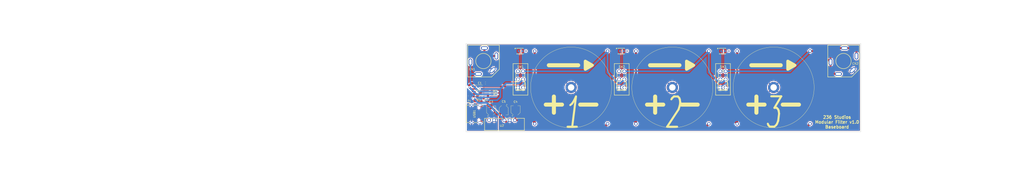
<source format=kicad_pcb>
(kicad_pcb (version 20211014) (generator pcbnew)
  (layers (0 "F.Cu" signal) (31 "B.Cu" signal) (34 "B.Paste" user) (35 "F.Paste" user) (36 "B.SilkS" user "B.Silkscreen") (37 "F.SilkS" user "F.Silkscreen") (38 "B.Mask" user) (39 "F.Mask" user) (44 "Edge.Cuts" user))
  (net 0 "")
  (net 1 "+5V")
  (net 2 "GND")
  (net 3 "-5V")
  (net 4 "5V_IN")
  (net 5 "5V_GND")
  (net 6 "Net-(F1-Pad1)")
  (net 7 "/1->2")
  (net 8 "Net-(F2-Pad1)")
  (net 9 "/2->3")
  (net 10 "Net-(F3-Pad1)")
  (net 11 "TS_OUT")
  (net 12 "Net-(LED1-Pad1)")
  (net 13 "Net-(LED2-Pad1)")
  (net 14 "Net-(LED3-Pad1)")
  (net 15 "Net-(R1-Pad2)")
  (net 16 "Net-(R2-Pad2)")
  (net 17 "IN")
  (net 18 "Net-(R5-Pad1)")
  (net 19 "Net-(R6-Pad1)")
  (net 20 "Net-(R7-Pad1)")
  (net 24 "/IN_T")
  (net 25 "/IN_R")
  (footprint "Package_SO:SOIC-8_3.9x4.9mm_P1.27mm" (layer "F.Cu") (at 36.322 103.124)
    (fp_text reference "U1" (at -0.127 0) (layer "F.SilkS"))
    (fp_text value "TL062")
    (fp_line (start 0 2.56) (end -1.95 2.56) (layer "F.SilkS") (width 0.12))
    (fp_line (start 0 -2.56) (end -3.45 -2.56) (layer "F.SilkS") (width 0.12))
    (fp_line (start 0 2.56) (end 1.95 2.56) (layer "F.SilkS") (width 0.12))
    (fp_line (start 0 -2.56) (end 1.95 -2.56) (layer "F.SilkS") (width 0.12))
    (pad "1" smd roundrect locked (at -2.475 -1.905) (size 1.95 0.6) (layers "F.Cu" "F.Paste" "F.Mask"))
    (pad "2" smd roundrect locked (at -2.475 -0.635) (size 1.95 0.6) (layers "F.Cu" "F.Paste" "F.Mask"))
    (pad "3" smd roundrect locked (at -2.475 0.635) (size 1.95 0.6) (layers "F.Cu" "F.Paste" "F.Mask"))
    (pad "4" smd roundrect locked (at -2.475 1.905) (size 1.95 0.6) (layers "F.Cu" "F.Paste" "F.Mask") (net 3 "-5V"))
    (pad "5" smd roundrect locked (at 2.475 1.905) (size 1.95 0.6) (layers "F.Cu" "F.Paste" "F.Mask") (net 15 "Net-(R1-Pad2)"))
    (pad "6" smd roundrect locked (at 2.475 0.635) (size 1.95 0.6) (layers "F.Cu" "F.Paste" "F.Mask") (net 16 "Net-(R2-Pad2)"))
    (pad "7" smd roundrect locked (at 2.475 -0.635) (size 1.95 0.6) (layers "F.Cu" "F.Paste" "F.Mask") (net 17 "IN"))
    (pad "8" smd roundrect locked (at 2.475 -1.905) (size 1.95 0.6) (layers "F.Cu" "F.Paste" "F.Mask") (net 1 "+5V"))
  )
  (footprint "Resistor_SMD:R_0603_1608Metric_Pad0.98x0.95mm_HandSolder" (layer "F.Cu") (at 41.783 103.632 180)
    (fp_text reference "R2" (at -2.54 0) (layer "F.SilkS"))
    (fp_text value "1K")
    (fp_line (start -0.254724 0.5225) (end 0.254724 0.5225) (layer "F.SilkS") (width 0.12))
    (fp_line (start -0.254724 -0.5225) (end 0.254724 -0.5225) (layer "F.SilkS") (width 0.12))
    (pad "1" smd roundrect locked (at -0.9125 0 180) (size 0.975 0.95) (layers "F.Cu" "F.Paste" "F.Mask") (net 25 "/IN_R"))
    (pad "2" smd roundrect locked (at 0.9125 0 180) (size 0.975 0.95) (layers "F.Cu" "F.Paste" "F.Mask") (net 16 "Net-(R2-Pad2)"))
  )
  (footprint "Resistor_SMD:R_0603_1608Metric_Pad0.98x0.95mm_HandSolder" (layer "F.Cu") (at 36.322 106.68 180)
    (fp_text reference "R3" (at 0 -1.43) (layer "F.SilkS"))
    (fp_text value "1K")
    (fp_line (start -0.254724 0.5225) (end 0.254724 0.5225) (layer "F.SilkS") (width 0.12))
    (fp_line (start -0.254724 -0.5225) (end 0.254724 -0.5225) (layer "F.SilkS") (width 0.12))
    (pad "1" smd roundrect locked (at -0.9125 0 180) (size 0.975 0.95) (layers "F.Cu" "F.Paste" "F.Mask") (net 2 "GND"))
    (pad "2" smd roundrect locked (at 0.9125 0 180) (size 0.975 0.95) (layers "F.Cu" "F.Paste" "F.Mask") (net 16 "Net-(R2-Pad2)"))
  )
  (footprint "Molteno_Filter:Molteno_Filter" (layer "F.Cu") (at 81.915 101.727)
    (fp_text reference "F1" hide)
    (fp_text value "Molteno_Filter")
    (fp_line (start -4.5 8.5) (end -12.5 8.5) (layer "F.SilkS") (width 2))
    (fp_line (start -11 -11) (end 3.5 -11) (layer "F.SilkS") (width 2))
    (fp_line (start 12.5 8.5) (end 4.5 8.5) (layer "F.SilkS") (width 2))
    (fp_line (start -8.5 12.5) (end -8.5 4.5) (layer "F.SilkS") (width 2))
    (fp_circle (center 0 0) (end 20 0) (layer "F.SilkS") (width 0.12) (fill none))
    (fp_poly (pts (xy 10.5 -11) (xy 7 -9) (xy 7 -13)) (layer "F.SilkS") (width 1.5) (fill solid))
    (pad "1" thru_hole circle locked (at -18 -18) (size 1.7 1.7) (drill 1) (layers *.Cu *.Mask) (net 6 "Net-(F1-Pad1)"))
    (pad "2" thru_hole circle locked (at 18 -18) (size 1.7 1.7) (drill 1) (layers *.Cu *.Mask) (net 7 "/1->2"))
    (pad "3" thru_hole circle locked (at -18 18) (size 1.7 1.7) (drill 1) (layers *.Cu *.Mask) (net 1 "+5V"))
    (pad "4" thru_hole circle locked (at 18 18) (size 1.7 1.7) (drill 1) (layers *.Cu *.Mask) (net 3 "-5V"))
    (pad "5" thru_hole circle locked (at 0 0) (size 5.6 5.6) (drill 3.2) (layers *.Cu *.Mask) (net 2 "GND"))
  )
  (footprint "Molteno_Filter:Molteno_Filter" (layer "F.Cu") (at 131.915 101.727)
    (fp_text reference "F2" hide)
    (fp_text value "Molteno_Filter")
    (fp_line (start -4.5 8.5) (end -12.5 8.5) (layer "F.SilkS") (width 2))
    (fp_line (start -8.5 12.5) (end -8.5 4.5) (layer "F.SilkS") (width 2))
    (fp_line (start -11 -11) (end 3.5 -11) (layer "F.SilkS") (width 2))
    (fp_line (start 12.5 8.5) (end 4.5 8.5) (layer "F.SilkS") (width 2))
    (fp_circle (center 0 0) (end 20 0) (layer "F.SilkS") (width 0.12) (fill none))
    (fp_poly (pts (xy 10.5 -11) (xy 7 -9) (xy 7 -13)) (layer "F.SilkS") (width 1.5) (fill solid))
    (pad "1" thru_hole circle (at -18 -18) (size 1.7 1.7) (drill 1) (layers *.Cu *.Mask) (net 8 "Net-(F2-Pad1)"))
    (pad "2" thru_hole circle (at 18 -18) (size 1.7 1.7) (drill 1) (layers *.Cu *.Mask) (net 9 "/2->3"))
    (pad "3" thru_hole circle (at -18 18) (size 1.7 1.7) (drill 1) (layers *.Cu *.Mask) (net 1 "+5V"))
    (pad "4" thru_hole circle (at 18 18) (size 1.7 1.7) (drill 1) (layers *.Cu *.Mask) (net 3 "-5V"))
    (pad "5" thru_hole circle (at 0 0) (size 5.6 5.6) (drill 3.2) (layers *.Cu *.Mask) (net 2 "GND"))
  )
  (footprint "Capacitor_SMD:C_0603_1608Metric_Pad1.08x0.95mm_HandSolder" (layer "F.Cu") (at 31.623 105.918 -90)
    (fp_text reference "C2" (at 2.794 0 90) (layer "F.SilkS"))
    (fp_text value "0.1u")
    (fp_line (start -0.146267 -0.51) (end 0.146267 -0.51) (layer "F.SilkS") (width 0.12))
    (fp_line (start -0.146267 0.51) (end 0.146267 0.51) (layer "F.SilkS") (width 0.12))
    (pad "1" smd roundrect locked (at -0.8625 0 270) (size 1.075 0.95) (layers "F.Cu" "F.Paste" "F.Mask") (net 3 "-5V"))
    (pad "2" smd roundrect locked (at 0.8625 0 270) (size 1.075 0.95) (layers "F.Cu" "F.Paste" "F.Mask") (net 2 "GND"))
  )
  (footprint "LCSC:AUDIO-TH_CK6.35-3-14-18LF" (layer "F.Cu") (at 216.408 88.646)
    (fp_text reference "CN2" (at 5.842 1.27) (layer "F.SilkS"))
    (fp_text value "OUTPUT")
    (fp_line (start 3.683 7.874) (end 4.064 7.874) (layer "F.SilkS") (width 0.254))
    (fp_line (start -7.747 7.874) (end 3.683 7.874) (layer "F.SilkS") (width 0.254))
    (fp_line (start 4.064 7.874) (end 7.874 4.064) (layer "F.SilkS") (width 0.254))
    (fp_line (start -7.747 -7.874) (end -7.747 7.874) (layer "F.SilkS") (width 0.254))
    (fp_line (start 7.874 -7.874) (end -7.747 -7.874) (layer "F.SilkS") (width 0.254))
    (fp_line (start 7.874 4.064) (end 7.874 -7.874) (layer "F.SilkS") (width 0.254))
    (fp_circle (center 0 0) (end 0 3.775964) (layer "F.SilkS") (width 0.254) (fill none))
    (pad "1" thru_hole oval (at 4.52501 4.52501 315) (size 1.799996 3.499993) (drill oval 0.999998 2.599995) (layers *.Cu *.Mask) (net 2 "GND"))
    (pad "2" thru_hole oval (at -6.400038 0.500126) (size 1.799996 3.499993) (drill oval 0.999998 2.599995) (layers *.Cu *.Mask) (net 11 "TS_OUT"))
    (pad "3" thru_hole oval (at 0.500126 -6.400038 90) (size 1.799996 3.499993) (drill oval 0.999998 2.599995) (layers *.Cu *.Mask) (net 11 "TS_OUT"))
    (pad "4" thru_hole oval (at -2.499868 6.400038 90) (size 1.799996 3.499993) (drill oval 0.999998 2.599995) (layers *.Cu *.Mask) (net 11 "TS_OUT"))
    (pad "5" thru_hole oval (at 6.400038 -2.499868) (size 1.799996 3.499993) (drill oval 0.999998 2.599995) (layers *.Cu *.Mask) (net 11 "TS_OUT"))
  )
  (footprint "LCSC:PWRM-TH_A05XXS-1WR3" (layer "F.Cu") (at 47.752 117.966452)
    (fp_text reference "U2" (at 0 2.683548) (layer "F.SilkS"))
    (fp_text value "A0505S-1WR3")
    (fp_line (start 1.876755 -0.953237) (end 3.203245 -0.953237) (layer "F.SilkS") (width 0.254))
    (fp_line (start 11.090148 5.050053) (end -8.5598 5.050053) (layer "F.SilkS") (width 0.254))
    (fp_line (start -3.203245 -0.953237) (end 0.663245 -0.953237) (layer "F.SilkS") (width 0.254))
    (fp_line (start -8.5598 -0.953237) (end -6.956755 -0.953237) (layer "F.SilkS") (width 0.254))
    (fp_line (start 11.0998 5.050053) (end 11.0998 -0.954253) (layer "F.SilkS") (width 0.254))
    (fp_line (start 4.416755 -0.953237) (end 5.743245 -0.953237) (layer "F.SilkS") (width 0.254))
    (fp_line (start -5.743245 -0.953237) (end -4.416755 -0.953237) (layer "F.SilkS") (width 0.254))
    (fp_line (start 6.956755 -0.953237) (end 11.0998 -0.953237) (layer "F.SilkS") (width 0.254))
    (fp_line (start -8.5598 -0.953237) (end -8.5598 5.050053) (layer "F.SilkS") (width 0.254))
    (pad "1" thru_hole circle (at -6.35 0.000025) (size 1.799996 1.799996) (drill 1.199998) (layers *.Cu *.Mask) (net 4 "5V_IN"))
    (pad "2" thru_hole circle (at -3.81 0.000025) (size 1.799996 1.799996) (drill 1.199998) (layers *.Cu *.Mask) (net 5 "5V_GND"))
    (pad "4" thru_hole circle (at 1.27 0.000025) (size 1.799996 1.799996) (drill 1.199998) (layers *.Cu *.Mask) (net 3 "-5V"))
    (pad "5" thru_hole circle (at 3.81 0.000025) (size 1.799996 1.799996) (drill 1.199998) (layers *.Cu *.Mask) (net 2 "GND"))
    (pad "6" thru_hole circle (at 6.35 0.000025) (size 1.799996 1.799996) (drill 1.199998) (layers *.Cu *.Mask) (net 1 "+5V"))
  )
  (footprint "LCSC:SW-TH_SS-22F24AT10" (layer "F.Cu") (at 156.915 97.727 90)
    (fp_text reference "SW3" (at 6.287 0.057 180) (layer "F.SilkS"))
    (fp_text value "BYPASS")
    (fp_line (start -5.500014 2.099996) (end -5.500014 -2.299995) (layer "F.SilkS") (width 0.254))
    (fp_line (start -0.798627 2.099996) (end -3.201365 2.099996) (layer "F.SilkS") (width 0.254))
    (fp_line (start 0.525729 -2.299995) (end 3.474263 -2.299995) (layer "F.SilkS") (width 0.254))
    (fp_line (start -5.500014 -2.299995) (end -4.525721 -2.299995) (layer "F.SilkS") (width 0.254))
    (fp_line (start -4.798619 2.099996) (end -5.500014 2.099996) (layer "F.SilkS") (width 0.254))
    (fp_line (start -7.80001 -3.650005) (end 7.80001 -3.650005) (layer "F.SilkS") (width 0.254))
    (fp_line (start -7.80001 3.650005) (end 7.80001 3.650005) (layer "F.SilkS") (width 0.254))
    (fp_line (start 3.799992 -0.186715) (end 3.799992 0.186715) (layer "F.SilkS") (width 0.254))
    (fp_line (start 3.201365 2.099996) (end 0.798627 2.099996) (layer "F.SilkS") (width 0.254))
    (fp_line (start -3.474263 -2.299995) (end -0.525729 -2.299995) (layer "F.SilkS") (width 0.254))
    (fp_line (start 4.399991 -0.242113) (end 4.399991 0.242113) (layer "F.SilkS") (width 0.254))
    (fp_line (start -7.80001 -3.650005) (end -7.80001 3.650005) (layer "F.SilkS") (width 0.254))
    (fp_line (start 7.80001 -3.650005) (end 7.80001 3.650005) (layer "F.SilkS") (width 0.254))
    (fp_circle (center -2.599944 0) (end -2.599944 2.500122) (layer "F.SilkS") (width 0.254) (fill none))
    (pad "1" thru_hole circle (at -3.999992 -1.299972 90) (size 1.799996 1.799996) (drill 1.199998) (layers *.Cu *.Mask) (net 2 "GND"))
    (pad "2" thru_hole circle (at 0 -1.299972 90) (size 1.799996 1.799996) (drill 1.199998) (layers *.Cu *.Mask) (net 20 "Net-(R7-Pad1)"))
    (pad "3" thru_hole circle (at 3.999992 -1.299972 90) (size 1.799996 1.799996) (drill 1.199998) (layers *.Cu *.Mask))
    (pad "4" thru_hole circle (at -3.999992 1.299972 90) (size 1.799996 1.799996) (drill 1.199998) (layers *.Cu *.Mask) (net 10 "Net-(F3-Pad1)"))
    (pad "5" thru_hole circle (at 0 1.299972 90) (size 1.799996 1.799996) (drill 1.199998) (layers *.Cu *.Mask) (net 9 "/2->3"))
    (pad "6" thru_hole circle (at 3.999992 1.299972 90) (size 1.799996 1.799996) (drill 1.199998) (layers *.Cu *.Mask) (net 11 "TS_OUT"))
  )
  (footprint "Capacitor_SMD:CP_Elec_4x5.4" (layer "F.Cu") (at 54.483 113.03 90)
    (fp_text reference "C4" (at 4.191 0 180) (layer "F.SilkS"))
    (fp_text value "4.7u")
    (fp_line (start -2.26 1.195563) (end -2.26 1.06) (layer "F.SilkS") (width 0.12))
    (fp_line (start -3 -1.56) (end -2.5 -1.56) (layer "F.SilkS") (width 0.12))
    (fp_line (start -2.26 -1.195563) (end -2.26 -1.06) (layer "F.SilkS") (width 0.12))
    (fp_line (start 2.26 -2.26) (end 2.26 -1.06) (layer "F.SilkS") (width 0.12))
    (fp_line (start 2.26 2.26) (end 2.26 1.06) (layer "F.SilkS") (width 0.12))
    (fp_line (start -2.75 -1.81) (end -2.75 -1.31) (layer "F.SilkS") (width 0.12))
    (fp_line (start -2.26 1.195563) (end -1.195563 2.26) (layer "F.SilkS") (width 0.12))
    (fp_line (start -2.26 -1.195563) (end -1.195563 -2.26) (layer "F.SilkS") (width 0.12))
    (fp_line (start -1.195563 2.26) (end 2.26 2.26) (layer "F.SilkS") (width 0.12))
    (fp_line (start -1.195563 -2.26) (end 2.26 -2.26) (layer "F.SilkS") (width 0.12))
    (pad "1" smd roundrect locked (at -1.8 0 90) (size 2.6 1.6) (layers "F.Cu" "F.Paste" "F.Mask") (roundrect_rratio 0.15625) (net 1 "+5V"))
    (pad "2" smd roundrect locked (at 1.8 0 90) (size 2.6 1.6) (layers "F.Cu" "F.Paste" "F.Mask") (roundrect_rratio 0.15625) (net 2 "GND"))
  )
  (footprint "LCSC:USB-C-SMD_TYPEC-304-BCP16" (layer "F.Cu") (at 35.306 114.808 -90)
    (fp_text reference "USB1" (at 0 1.143 90) (layer "F.SilkS"))
    (fp_text value "TYPEC-304-BCP16")
    (fp_line (start 4.318 5.08) (end 4.318 3.578631) (layer "F.SilkS") (width 0.254))
    (fp_line (start 4.318 1.516355) (end 4.318 -0.351434) (layer "F.SilkS") (width 0.254))
    (fp_line (start -4.318 3.578631) (end -4.318 5.08) (layer "F.SilkS") (width 0.254))
    (fp_line (start -4.318 5.08) (end 4.318 5.08) (layer "F.SilkS") (width 0.254))
    (fp_line (start -4.318 -3.048) (end -4.318 -2.913736) (layer "F.SilkS") (width 0.254))
    (fp_line (start 4.318 -3.048) (end 3.751097 -3.048) (layer "F.SilkS") (width 0.254))
    (fp_line (start 4.318 -2.913736) (end 4.318 -3.048) (layer "F.SilkS") (width 0.254))
    (fp_line (start -3.756203 -3.048) (end -4.318 -3.048) (layer "F.SilkS") (width 0.254))
    (fp_line (start -4.318 -0.351434) (end -4.318 1.516355) (layer "F.SilkS") (width 0.254))
    (pad "" np_thru_hole circle (at -2.980055 -1.102487 270) (size 0.700024 0.700024) (drill 0.700024) (layers *.Cu *.Mask))
    (pad "" np_thru_hole circle (at 2.980055 -1.102487 270) (size 0.700024 0.700024) (drill 0.700024) (layers *.Cu *.Mask))
    (pad "13" thru_hole oval (at -4.319905 -1.632585 270) (size 0.999998 2.099996) (drill oval 0.599999 1.799996) (layers *.Cu *.Mask) (net 5 "5V_GND"))
    (pad "14" thru_hole oval (at 4.319905 -1.632585 270) (size 0.999998 2.099996) (drill oval 0.599999 1.799996) (layers *.Cu *.Mask) (net 5 "5V_GND"))
    (pad "15" thru_hole oval (at -4.319905 2.547493 270) (size 0.999998 1.599997) (drill oval 0.599999 1.199998) (layers *.Cu *.Mask) (net 5 "5V_GND"))
    (pad "16" thru_hole oval (at 4.319905 2.547493 270) (size 0.999998 1.599997) (drill oval 0.599999 1.199998) (layers *.Cu *.Mask) (net 5 "5V_GND"))
    (pad "A1B12" smd rect (at -3.225165 -2.547493 270) (size 0.599999 1.45001) (layers "F.Cu" "F.Paste" "F.Mask") (net 5 "5V_GND"))
    (pad "A4B9" smd rect (at -2.449957 -2.547493 270) (size 0.599999 1.45001) (layers "F.Cu" "F.Paste" "F.Mask") (net 4 "5V_IN"))
    (pad "A5" smd rect (at -1.250061 -2.546985 270) (size 0.299999 1.45001) (layers "F.Cu" "F.Paste" "F.Mask"))
    (pad "A6" smd rect (at -0.250063 -2.547493 270) (size 0.299999 1.45001) (layers "F.Cu" "F.Paste" "F.Mask"))
    (pad "A7" smd rect (at 0.250063 -2.547493 270) (size 0.299999 1.45001) (layers "F.Cu" "F.Paste" "F.Mask"))
    (pad "A8" smd rect (at 1.250061 -2.547493 270) (size 0.299999 1.45001) (layers "F.Cu" "F.Paste" "F.Mask"))
    (pad "B1A12" smd rect (at 3.220085 -2.547493 270) (size 0.599999 1.45001) (layers "F.Cu" "F.Paste" "F.Mask") (net 5 "5V_GND"))
    (pad "B4A9" smd rect (at 2.449957 -2.547493 270) (size 0.599999 1.45001) (layers "F.Cu" "F.Paste" "F.Mask") (net 4 "5V_IN"))
    (pad "B5" smd rect (at 1.749933 -2.547493 270) (size 0.299999 1.45001) (layers "F.Cu" "F.Paste" "F.Mask"))
    (pad "B6" smd rect (at 0.749935 -2.547493 270) (size 0.299999 1.45001) (layers "F.Cu" "F.Paste" "F.Mask"))
    (pad "B7" smd rect (at -0.749935 -2.547493 270) (size 0.299999 1.45001) (layers "F.Cu" "F.Paste" "F.Mask"))
    (pad "B8" smd rect (at -1.749933 -2.547493 270) (size 0.299999 1.45001) (layers "F.Cu" "F.Paste" "F.Mask"))
  )
  (footprint "Capacitor_SMD:CP_Elec_4x5.4" (layer "F.Cu") (at 48.641 113.03 -90)
    (fp_text reference "C5" (at -4.318 0 180) (layer "F.SilkS"))
    (fp_text value "4.7u")
    (fp_line (start -2.75 -1.81) (end -2.75 -1.31) (layer "F.SilkS") (width 0.12))
    (fp_line (start -1.195563 2.26) (end 2.26 2.26) (layer "F.SilkS") (width 0.12))
    (fp_line (start -2.26 1.195563) (end -1.195563 2.26) (layer "F.SilkS") (width 0.12))
    (fp_line (start -2.26 -1.195563) (end -1.195563 -2.26) (layer "F.SilkS") (width 0.12))
    (fp_line (start -1.195563 -2.26) (end 2.26 -2.26) (layer "F.SilkS") (width 0.12))
    (fp_line (start -2.26 -1.195563) (end -2.26 -1.06) (layer "F.SilkS") (width 0.12))
    (fp_line (start -3 -1.56) (end -2.5 -1.56) (layer "F.SilkS") (width 0.12))
    (fp_line (start -2.26 1.195563) (end -2.26 1.06) (layer "F.SilkS") (width 0.12))
    (fp_line (start 2.26 -2.26) (end 2.26 -1.06) (layer "F.SilkS") (width 0.12))
    (fp_line (start 2.26 2.26) (end 2.26 1.06) (layer "F.SilkS") (width 0.12))
    (pad "1" smd roundrect locked (at -1.8 0 270) (size 2.6 1.6) (layers "F.Cu" "F.Paste" "F.Mask") (roundrect_rratio 0.15625) (net 2 "GND"))
    (pad "2" smd roundrect locked (at 1.8 0 270) (size 2.6 1.6) (layers "F.Cu" "F.Paste" "F.Mask") (roundrect_rratio 0.15625) (net 3 "-5V"))
  )
  (footprint "LCSC:SW-TH_SS-22F24AT10" (layer "F.Cu") (at 106.915 97.727 90)
    (fp_text reference "SW2" (at 6.287 0.019 180) (layer "F.SilkS"))
    (fp_text value "BYPASS")
    (fp_line (start -5.500014 2.099996) (end -5.500014 -2.299995) (layer "F.SilkS") (width 0.254))
    (fp_line (start -7.80001 3.650005) (end 7.80001 3.650005) (layer "F.SilkS") (width 0.254))
    (fp_line (start 4.399991 -0.242113) (end 4.399991 0.242113) (layer "F.SilkS") (width 0.254))
    (fp_line (start -7.80001 -3.650005) (end -7.80001 3.650005) (layer "F.SilkS") (width 0.254))
    (fp_line (start -0.798627 2.099996) (end -3.201365 2.099996) (layer "F.SilkS") (width 0.254))
    (fp_line (start -3.474263 -2.299995) (end -0.525729 -2.299995) (layer "F.SilkS") (width 0.254))
    (fp_line (start 7.80001 -3.650005) (end 7.80001 3.650005) (layer "F.SilkS") (width 0.254))
    (fp_line (start 0.525729 -2.299995) (end 3.474263 -2.299995) (layer "F.SilkS") (width 0.254))
    (fp_line (start -7.80001 -3.650005) (end 7.80001 -3.650005) (layer "F.SilkS") (width 0.254))
    (fp_line (start -5.500014 -2.299995) (end -4.525721 -2.299995) (layer "F.SilkS") (width 0.254))
    (fp_line (start 3.201365 2.099996) (end 0.798627 2.099996) (layer "F.SilkS") (width 0.254))
    (fp_line (start 3.799992 -0.186715) (end 3.799992 0.186715) (layer "F.SilkS") (width 0.254))
    (fp_line (start -4.798619 2.099996) (end -5.500014 2.099996) (layer "F.SilkS") (width 0.254))
    (fp_circle (center -2.599944 0) (end -2.599944 2.500122) (layer "F.SilkS") (width 0.254) (fill none))
    (pad "1" thru_hole circle (at -3.999992 -1.299972 90) (size 1.799996 1.799996) (drill 1.199998) (layers *.Cu *.Mask) (net 2 "GND"))
    (pad "2" thru_hole circle (at 0 -1.299972 90) (size 1.799996 1.799996) (drill 1.199998) (layers *.Cu *.Mask) (net 19 "Net-(R6-Pad1)"))
    (pad "3" thru_hole circle (at 3.999992 -1.299972 90) (size 1.799996 1.799996) (drill 1.199998) (layers *.Cu *.Mask))
    (pad "4" thru_hole circle (at -3.999992 1.299972 90) (size 1.799996 1.799996) (drill 1.199998) (layers *.Cu *.Mask) (net 8 "Net-(F2-Pad1)"))
    (pad "5" thru_hole circle (at 0 1.299972 90) (size 1.799996 1.799996) (drill 1.199998) (layers *.Cu *.Mask) (net 7 "/1->2"))
    (pad "6" thru_hole circle (at 3.999992 1.299972 90) (size 1.799996 1.799996) (drill 1.199998) (layers *.Cu *.Mask) (net 9 "/2->3"))
  )
  (footprint "Resistor_SMD:R_0603_1608Metric_Pad0.98x0.95mm_HandSolder" (layer "F.Cu") (at 41.783 105.156 180)
    (fp_text reference "R1" (at -2.667 0) (layer "F.SilkS"))
    (fp_text value "1K")
    (fp_line (start -0.254724 0.5225) (end 0.254724 0.5225) (layer "F.SilkS") (width 0.12))
    (fp_line (start -0.254724 -0.5225) (end 0.254724 -0.5225) (layer "F.SilkS") (width 0.12))
    (pad "1" smd roundrect locked (at -0.9125 0 180) (size 0.975 0.95) (layers "F.Cu" "F.Paste" "F.Mask") (net 24 "/IN_T"))
    (pad "2" smd roundrect locked (at 0.9125 0 180) (size 0.975 0.95) (layers "F.Cu" "F.Paste" "F.Mask") (net 15 "Net-(R1-Pad2)"))
  )
  (footprint "Capacitor_SMD:C_0603_1608Metric_Pad1.08x0.95mm_HandSolder" (layer "F.Cu") (at 39.624 99.568)
    (fp_text reference "C1" (at -2.794 0) (layer "F.SilkS"))
    (fp_text value "0.1u")
    (fp_line (start -0.146267 -0.51) (end 0.146267 -0.51) (layer "F.SilkS") (width 0.12))
    (fp_line (start -0.146267 0.51) (end 0.146267 0.51) (layer "F.SilkS") (width 0.12))
    (pad "1" smd roundrect locked (at -0.8625 0) (size 1.075 0.95) (layers "F.Cu" "F.Paste" "F.Mask") (net 1 "+5V"))
    (pad "2" smd roundrect locked (at 0.8625 0) (size 1.075 0.95) (layers "F.Cu" "F.Paste" "F.Mask") (net 2 "GND"))
  )
  (footprint "Capacitor_SMD:CP_Elec_4x5.4" (layer "F.Cu") (at 42.418 113.03 90)
    (fp_text reference "C3" (at 4.191 0 180) (layer "F.SilkS"))
    (fp_text value "4.7u")
    (fp_line (start -2.26 1.195563) (end -1.195563 2.26) (layer "F.SilkS") (width 0.12))
    (fp_line (start 2.26 2.26) (end 2.26 1.06) (layer "F.SilkS") (width 0.12))
    (fp_line (start -1.195563 2.26) (end 2.26 2.26) (layer "F.SilkS") (width 0.12))
    (fp_line (start -2.26 1.195563) (end -2.26 1.06) (layer "F.SilkS") (width 0.12))
    (fp_line (start -2.75 -1.81) (end -2.75 -1.31) (layer "F.SilkS") (width 0.12))
    (fp_line (start -2.26 -1.195563) (end -1.195563 -2.26) (layer "F.SilkS") (width 0.12))
    (fp_line (start -3 -1.56) (end -2.5 -1.56) (layer "F.SilkS") (width 0.12))
    (fp_line (start -2.26 -1.195563) (end -2.26 -1.06) (layer "F.SilkS") (width 0.12))
    (fp_line (start 2.26 -2.26) (end 2.26 -1.06) (layer "F.SilkS") (width 0.12))
    (fp_line (start -1.195563 -2.26) (end 2.26 -2.26) (layer "F.SilkS") (width 0.12))
    (pad "1" smd roundrect locked (at -1.8 0 90) (size 2.6 1.6) (layers "F.Cu" "F.Paste" "F.Mask") (roundrect_rratio 0.15625) (net 4 "5V_IN"))
    (pad "2" smd roundrect locked (at 1.8 0 90) (size 2.6 1.6) (layers "F.Cu" "F.Paste" "F.Mask") (roundrect_rratio 0.15625) (net 5 "5V_GND"))
  )
  (footprint "Molteno_Filter:Molteno_Filter" (layer "F.Cu") (at 181.915 101.727)
    (fp_text reference "F3" hide)
    (fp_text value "Molteno_Filter")
    (fp_line (start -4.5 8.5) (end -12.5 8.5) (layer "F.SilkS") (width 2))
    (fp_line (start 12.5 8.5) (end 4.5 8.5) (layer "F.SilkS") (width 2))
    (fp_line (start -11 -11) (end 3.5 -11) (layer "F.SilkS") (width 2))
    (fp_line (start -8.5 12.5) (end -8.5 4.5) (layer "F.SilkS") (width 2))
    (fp_circle (center 0 0) (end 20 0) (layer "F.SilkS") (width 0.12) (fill none))
    (fp_poly (pts (xy 10.5 -11) (xy 7 -9) (xy 7 -13)) (layer "F.SilkS") (width 1.5) (fill solid))
    (pad "1" thru_hole circle (at -18 -18) (size 1.7 1.7) (drill 1) (layers *.Cu *.Mask) (net 10 "Net-(F3-Pad1)"))
    (pad "2" thru_hole circle (at 18 -18) (size 1.7 1.7) (drill 1) (layers *.Cu *.Mask) (net 11 "TS_OUT"))
    (pad "3" thru_hole circle (at -18 18) (size 1.7 1.7) (drill 1) (layers *.Cu *.Mask) (net 1 "+5V"))
    (pad "4" thru_hole circle (at 18 18) (size 1.7 1.7) (drill 1) (layers *.Cu *.Mask) (net 3 "-5V"))
    (pad "5" thru_hole circle (at 0 0) (size 5.6 5.6) (drill 3.2) (layers *.Cu *.Mask) (net 2 "GND"))
  )
  (footprint "LCSC:LED-SMD_L3.5-W2.8-R-FD_TJ-S2835UG5W8TLC2R-A5" (layer "F.Cu") (at 56.915 83.727)
    (fp_text reference "LED1" hide)
    (fp_text value "RED")
    (fp_line (start 1.359992 -1.331239) (end 1.359992 -1.38999) (layer "F.SilkS") (width 0.254))
    (fp_line (start -2.399995 -1.399997) (end -2.70002 -1.399997) (layer "F.SilkS") (width 0.254))
    (fp_line (start -2.399995 -1.399997) (end -2.400021 -1.399997) (layer "F.SilkS") (width 0.254))
    (fp_line (start 1.359992 -1.399997) (end -1.840001 -1.399997) (layer "F.SilkS") (width 0.254))
    (fp_line (start -2.400021 -1.399997) (end -2.699995 -1.100023) (layer "F.SilkS") (width 0.254))
    (fp_line (start -1.840001 1.399997) (end 1.359992 1.399997) (layer "F.SilkS") (width 0.254))
    (fp_line (start 1.359992 1.399997) (end 1.359992 1.331036) (layer "F.SilkS") (width 0.254))
    (fp_line (start -2.70002 -1.399997) (end -2.70002 -1.100023) (layer "F.SilkS") (width 0.254))
    (fp_line (start -1.840001 1.331036) (end -1.840001 1.399997) (layer "F.SilkS") (width 0.254))
    (fp_line (start -1.840001 -1.399997) (end -1.840001 -1.331239) (layer "F.SilkS") (width 0.254))
    (pad "1" smd rect locked (at 1.137539 0 180) (size 1.25001 2.199996) (layers "F.Cu" "F.Paste" "F.Mask") (net 12 "Net-(LED1-Pad1)"))
    (pad "2" smd rect locked (at -1.137539 0 180) (size 2.199996 2.199996) (layers "F.Cu" "F.Paste" "F.Mask") (net 1 "+5V"))
  )
  (footprint "Resistor_SMD:R_0603_1608Metric_Pad0.98x0.95mm_HandSolder" (layer "F.Cu") (at 39.751 106.68 180)
    (fp_text reference "R4" (at 0 -1.43) (layer "F.SilkS"))
    (fp_text value "1K")
    (fp_line (start -0.254724 0.5225) (end 0.254724 0.5225) (layer "F.SilkS") (width 0.12))
    (fp_line (start -0.254724 -0.5225) (end 0.254724 -0.5225) (layer "F.SilkS") (width 0.12))
    (pad "1" smd roundrect locked (at -0.9125 0 180) (size 0.975 0.95) (layers "F.Cu" "F.Paste" "F.Mask") (net 15 "Net-(R1-Pad2)"))
    (pad "2" smd roundrect locked (at 0.9125 0 180) (size 0.975 0.95) (layers "F.Cu" "F.Paste" "F.Mask") (net 17 "IN"))
  )
  (footprint "LCSC:AUDIO-TH_CK6.35-3-14-18LF" (layer "F.Cu") (at 38.608 88.646)
    (fp_text reference "CN1" (at -5.588 4.064) (layer "F.SilkS"))
    (fp_text value "INPUT")
    (fp_line (start 4.064 7.874) (end 7.874 4.064) (layer "F.SilkS") (width 0.254))
    (fp_line (start 7.874 4.064) (end 7.874 -7.874) (layer "F.SilkS") (width 0.254))
    (fp_line (start -7.747 7.874) (end 3.683 7.874) (layer "F.SilkS") (width 0.254))
    (fp_line (start -7.747 -7.874) (end -7.747 7.874) (layer "F.SilkS") (width 0.254))
    (fp_line (start 3.683 7.874) (end 4.064 7.874) (layer "F.SilkS") (width 0.254))
    (fp_line (start 7.874 -7.874) (end -7.747 -7.874) (layer "F.SilkS") (width 0.254))
    (fp_circle (center 0 0) (end 0 3.775964) (layer "F.SilkS") (width 0.254) (fill none))
    (pad "1" thru_hole oval (at 4.52501 4.52501 315) (size 1.799996 3.499993) (drill oval 0.999998 2.599995) (layers *.Cu *.Mask) (net 2 "GND"))
    (pad "2" thru_hole oval (at -6.400038 0.500126) (size 1.799996 3.499993) (drill oval 0.999998 2.599995) (layers *.Cu *.Mask) (net 25 "/IN_R"))
    (pad "3" thru_hole oval (at 0.500126 -6.400038 90) (size 1.799996 3.499993) (drill oval 0.999998 2.599995) (layers *.Cu *.Mask) (net 24 "/IN_T"))
    (pad "4" thru_hole oval (at -2.499868 6.400038 90) (size 1.799996 3.499993) (drill oval 0.999998 2.599995) (layers *.Cu *.Mask) (net 25 "/IN_R"))
    (pad "5" thru_hole oval (at 6.400038 -2.499868) (size 1.799996 3.499993) (drill oval 0.999998 2.599995) (layers *.Cu *.Mask) (net 24 "/IN_T"))
  )
  (footprint "LCSC:LED-SMD_L3.5-W2.8-R-FD_TJ-S2835UG5W8TLC2R-A5" (layer "F.Cu") (at 106.915 83.727)
    (fp_text reference "LED2" hide)
    (fp_text value "RED")
    (fp_line (start 1.359992 -1.399997) (end -1.840001 -1.399997) (layer "F.SilkS") (width 0.254))
    (fp_line (start -2.70002 -1.399997) (end -2.70002 -1.100023) (layer "F.SilkS") (width 0.254))
    (fp_line (start -2.399995 -1.399997) (end -2.70002 -1.399997) (layer "F.SilkS") (width 0.254))
    (fp_line (start -1.840001 -1.399997) (end -1.840001 -1.331239) (layer "F.SilkS") (width 0.254))
    (fp_line (start -1.840001 1.331036) (end -1.840001 1.399997) (layer "F.SilkS") (width 0.254))
    (fp_line (start 1.359992 -1.331239) (end 1.359992 -1.38999) (layer "F.SilkS") (width 0.254))
    (fp_line (start -1.840001 1.399997) (end 1.359992 1.399997) (layer "F.SilkS") (width 0.254))
    (fp_line (start -2.399995 -1.399997) (end -2.400021 -1.399997) (layer "F.SilkS") (width 0.254))
    (fp_line (start -2.400021 -1.399997) (end -2.699995 -1.100023) (layer "F.SilkS") (width 0.254))
    (fp_line (start 1.359992 1.399997) (end 1.359992 1.331036) (layer "F.SilkS") (width 0.254))
    (pad "1" smd rect (at 1.137539 0 180) (size 1.25001 2.199996) (layers "F.Cu" "F.Paste" "F.Mask") (net 13 "Net-(LED2-Pad1)"))
    (pad "2" smd rect (at -1.137539 0 180) (size 2.199996 2.199996) (layers "F.Cu" "F.Paste" "F.Mask") (net 1 "+5V"))
  )
  (footprint "LCSC:SW-TH_SS-22F24AT10" (layer "F.Cu") (at 56.915 97.727 90)
    (fp_text reference "SW1" (at 6.287 -0.019 180) (layer "F.SilkS"))
    (fp_text value "BYPASS")
    (fp_line (start -4.798619 2.099996) (end -5.500014 2.099996) (layer "F.SilkS") (width 0.254))
    (fp_line (start -3.474263 -2.299995) (end -0.525729 -2.299995) (layer "F.SilkS") (width 0.254))
    (fp_line (start -7.80001 3.650005) (end 7.80001 3.650005) (layer "F.SilkS") (width 0.254))
    (fp_line (start 3.799992 -0.186715) (end 3.799992 0.186715) (layer "F.SilkS") (width 0.254))
    (fp_line (start -5.500014 2.099996) (end -5.500014 -2.299995) (layer "F.SilkS") (width 0.254))
    (fp_line (start -0.798627 2.099996) (end -3.201365 2.099996) (layer "F.SilkS") (width 0.254))
    (fp_line (start -5.500014 -2.299995) (end -4.525721 -2.299995) (layer "F.SilkS") (width 0.254))
    (fp_line (start -7.80001 -3.650005) (end 7.80001 -3.650005) (layer "F.SilkS") (width 0.254))
    (fp_line (start 3.201365 2.099996) (end 0.798627 2.099996) (layer "F.SilkS") (width 0.254))
    (fp_line (start 7.80001 -3.650005) (end 7.80001 3.650005) (layer "F.SilkS") (width 0.254))
    (fp_line (start 0.525729 -2.299995) (end 3.474263 -2.299995) (layer "F.SilkS") (width 0.254))
    (fp_line (start 4.399991 -0.242113) (end 4.399991 0.242113) (layer "F.SilkS") (width 0.254))
    (fp_line (start -7.80001 -3.650005) (end -7.80001 3.650005) (layer "F.SilkS") (width 0.254))
    (fp_circle (center -2.599944 0) (end -2.599944 2.500122) (layer "F.SilkS") (width 0.254) (fill none))
    (pad "1" thru_hole circle locked (at -3.999992 -1.299972 90) (size 1.799996 1.799996) (drill 1.199998) (layers *.Cu *.Mask) (net 2 "GND"))
    (pad "2" thru_hole circle locked (at 0 -1.299972 90) (size 1.799996 1.799996) (drill 1.199998) (layers *.Cu *.Mask) (net 18 "Net-(R5-Pad1)"))
    (pad "3" thru_hole circle locked (at 3.999992 -1.299972 90) (size 1.799996 1.799996) (drill 1.199998) (layers *.Cu *.Mask))
    (pad "4" thru_hole circle locked (at -3.999992 1.299972 90) (size 1.799996 1.799996) (drill 1.199998) (layers *.Cu *.Mask) (net 6 "Net-(F1-Pad1)"))
    (pad "5" thru_hole circle locked (at 0 1.299972 90) (size 1.799996 1.799996) (drill 1.199998) (layers *.Cu *.Mask) (net 17 "IN"))
    (pad "6" thru_hole circle locked (at 3.999992 1.299972 90) (size 1.799996 1.799996) (drill 1.199998) (layers *.Cu *.Mask) (net 7 "/1->2"))
  )
  (footprint "LCSC:LED-SMD_L3.5-W2.8-R-FD_TJ-S2835UG5W8TLC2R-A5" (layer "F.Cu") (at 156.915 83.727)
    (fp_text reference "LED3" hide)
    (fp_text value "RED")
    (fp_line (start -1.840001 -1.399997) (end -1.840001 -1.331239) (layer "F.SilkS") (width 0.254))
    (fp_line (start 1.359992 1.399997) (end 1.359992 1.331036) (layer "F.SilkS") (width 0.254))
    (fp_line (start 1.359992 -1.399997) (end -1.840001 -1.399997) (layer "F.SilkS") (width 0.254))
    (fp_line (start -1.840001 1.331036) (end -1.840001 1.399997) (layer "F.SilkS") (width 0.254))
    (fp_line (start -1.840001 1.399997) (end 1.359992 1.399997) (layer "F.SilkS") (width 0.254))
    (fp_line (start -2.400021 -1.399997) (end -2.699995 -1.100023) (layer "F.SilkS") (width 0.254))
    (fp_line (start 1.359992 -1.331239) (end 1.359992 -1.38999) (layer "F.SilkS") (width 0.254))
    (fp_line (start -2.399995 -1.399997) (end -2.400021 -1.399997) (layer "F.SilkS") (width 0.254))
    (fp_line (start -2.399995 -1.399997) (end -2.70002 -1.399997) (layer "F.SilkS") (width 0.254))
    (fp_line (start -2.70002 -1.399997) (end -2.70002 -1.100023) (layer "F.SilkS") (width 0.254))
    (pad "1" smd rect (at 1.137539 0 180) (size 1.25001 2.199996) (layers "F.Cu" "F.Paste" "F.Mask") (net 14 "Net-(LED3-Pad1)"))
    (pad "2" smd rect (at -1.137539 0 180) (size 2.199996 2.199996) (layers "F.Cu" "F.Paste" "F.Mask") (net 1 "+5V"))
  )
  (footprint "Resistor_SMD:R_0603_1608Metric_Pad0.98x0.95mm_HandSolder" (layer "B.Cu") (at 106.915 83.727)
    (fp_text reference "R6" (at 0 1.43) (layer "B.SilkS") (effects (justify mirror)))
    (fp_text value "220")
    (fp_line (start -0.254724 -0.5225) (end 0.254724 -0.5225) (layer "B.SilkS") (width 0.12))
    (fp_line (start -0.254724 0.5225) (end 0.254724 0.5225) (layer "B.SilkS") (width 0.12))
    (pad "1" smd roundrect locked (at -0.9125 0) (size 0.975 0.95) (layers "B.Cu" "B.Paste" "B.Mask") (net 19 "Net-(R6-Pad1)"))
    (pad "2" smd roundrect locked (at 0.9125 0) (size 0.975 0.95) (layers "B.Cu" "B.Paste" "B.Mask") (net 13 "Net-(LED2-Pad1)"))
  )
  (footprint "Resistor_SMD:R_0603_1608Metric_Pad0.98x0.95mm_HandSolder" (layer "B.Cu") (at 156.915 83.727)
    (fp_text reference "R7" (at 0 1.43) (layer "B.SilkS") (effects (justify mirror)))
    (fp_text value "220")
    (fp_line (start -0.254724 -0.5225) (end 0.254724 -0.5225) (layer "B.SilkS") (width 0.12))
    (fp_line (start -0.254724 0.5225) (end 0.254724 0.5225) (layer "B.SilkS") (width 0.12))
    (pad "1" smd roundrect locked (at -0.9125 0) (size 0.975 0.95) (layers "B.Cu" "B.Paste" "B.Mask") (net 20 "Net-(R7-Pad1)"))
    (pad "2" smd roundrect locked (at 0.9125 0) (size 0.975 0.95) (layers "B.Cu" "B.Paste" "B.Mask") (net 14 "Net-(LED3-Pad1)"))
  )
  (footprint "Resistor_SMD:R_0603_1608Metric_Pad0.98x0.95mm_HandSolder" (layer "B.Cu") (at 56.915 83.727)
    (fp_text reference "R5" (at 0 1.43) (layer "B.SilkS") (effects (justify mirror)))
    (fp_text value "220")
    (fp_line (start -0.254724 -0.5225) (end 0.254724 -0.5225) (layer "B.SilkS") (width 0.12))
    (fp_line (start -0.254724 0.5225) (end 0.254724 0.5225) (layer "B.SilkS") (width 0.12))
    (pad "1" smd roundrect locked (at -0.9125 0) (size 0.975 0.95) (layers "B.Cu" "B.Paste" "B.Mask") (net 18 "Net-(R5-Pad1)"))
    (pad "2" smd roundrect locked (at 0.9125 0) (size 0.975 0.95) (layers "B.Cu" "B.Paste" "B.Mask") (net 12 "Net-(LED1-Pad1)"))
  )
  (gr_rect (start 30 80) (end 225 123.66) (layer "Edge.Cuts") (width 0.15) (fill none))
  (gr_text "236 Studios\nModular Filter v1.0\nBaseboard" (at 213.233 118.872) (layer "F.SilkS") (effects (font (size 1.5 1.5) (thickness 0.3))))
  (gr_text "3" (at 181.61 114.227) (layer "F.SilkS") (effects (font (size 15 8) (thickness 1) italic)))
  (gr_text "1" (at 82.55 114.3) (layer "F.SilkS") (effects (font (size 15 8) (thickness 1) italic)))
  (gr_text "2\n" (at 132.08 114.3) (layer "F.SilkS") (effects (font (size 15 8) (thickness 1) italic)))
  (segment (start 113.915 113.026) (end 103.505 102.616) (width 1) (layer "F.Cu") (net 1))
  (segment (start 53.467 102.616) (end 53.467 101.346) (width 1) (layer "F.Cu") (net 1))
  (segment (start 54.102 117.966477) (end 62.154477 117.966477) (width 1) (layer "F.Cu") (net 1))
  (segment (start 153.416 86.088461) (end 155.777461 83.727) (width 1) (layer "F.Cu") (net 1))
  (segment (start 53.467 101.346) (end 53.467 86.037461) (width 1) (layer "F.Cu") (net 1))
  (segment (start 38.797 101.219) (end 38.797 99.6035) (width 1) (layer "F.Cu") (net 1))
  (segment (start 53.34 101.219) (end 38.797 101.219) (width 1) (layer "F.Cu") (net 1))
  (segment (start 153.416 102.743) (end 153.416 86.088461) (width 1) (layer "F.Cu") (net 1))
  (segment (start 103.505 102.616) (end 103.505 85.999461) (width 1) (layer "F.Cu") (net 1))
  (segment (start 162.154477 117.966477) (end 163.915 119.727) (width 1) (layer "F.Cu") (net 1))
  (segment (start 163.915 119.727) (end 163.915 113.242) (width 1) (layer "F.Cu") (net 1))
  (segment (start 63.915 119.16) (end 63.915 119.727) (width 1) (layer "F.Cu") (net 1))
  (segment (start 63.915 119.727) (end 63.915 113.064) (width 1) (layer "F.Cu") (net 1))
  (segment (start 113.915 119.122) (end 113.915 119.727) (width 1) (layer "F.Cu") (net 1))
  (segment (start 62.154477 117.966477) (end 62.721477 117.966477) (width 1) (layer "F.Cu") (net 1))
  (segment (start 113.915 119.727) (end 113.915 113.026) (width 1) (layer "F.Cu") (net 1))
  (segment (start 62.154477 117.966477) (end 112.154477 117.966477) (width 1) (layer "F.Cu") (net 1))
  (segment (start 103.505 85.999461) (end 105.777461 83.727) (width 1) (layer "F.Cu") (net 1))
  (segment (start 63.915 113.064) (end 53.467 102.616) (width 1) (layer "F.Cu") (net 1))
  (segment (start 112.154477 117.966477) (end 112.759477 117.966477) (width 1) (layer "F.Cu") (net 1))
  (segment (start 54.483 114.83) (end 54.483 117.585477) (width 1) (layer "F.Cu") (net 1))
  (segment (start 112.154477 117.966477) (end 162.154477 117.966477) (width 1) (layer "F.Cu") (net 1))
  (segment (start 53.467 101.346) (end 53.34 101.219) (width 1) (layer "F.Cu") (net 1))
  (segment (start 112.759477 117.966477) (end 113.915 119.122) (width 1) (layer "F.Cu") (net 1))
  (segment (start 54.483 117.585477) (end 54.102 117.966477) (width 1) (layer "F.Cu") (net 1))
  (segment (start 53.467 86.037461) (end 55.777461 83.727) (width 1) (layer "F.Cu") (net 1))
  (segment (start 62.721477 117.966477) (end 63.915 119.16) (width 1) (layer "F.Cu") (net 1))
  (segment (start 38.797 99.6035) (end 38.7615 99.568) (width 1) (layer "F.Cu") (net 1))
  (segment (start 163.915 113.242) (end 153.416 102.743) (width 1) (layer "F.Cu") (net 1))
  (segment (start 39.82148 109.27652) (end 40.767 108.331) (width 1) (layer "F.Cu") (net 2))
  (segment (start 37.2345 106.68) (end 37.2345 108.272877) (width 1) (layer "F.Cu") (net 2))
  (segment (start 38.238143 109.27652) (end 39.82148 109.27652) (width 1) (layer "F.Cu") (net 2))
  (segment (start 37.2345 108.272877) (end 38.238143 109.27652) (width 1) (layer "F.Cu") (net 2))
  (segment (start 33.782 107.061) (end 33.782 105.094) (width 1) (layer "F.Cu") (net 3))
  (segment (start 33.782 105.094) (end 33.847 105.029) (width 1) (layer "F.Cu") (net 3))
  (segment (start 198.103 121.539) (end 199.915 119.727) (width 1) (layer "F.Cu") (net 3))
  (segment (start 98.103 121.539) (end 99.915 119.727) (width 1) (layer "F.Cu") (net 3))
  (segment (start 52.594523 121.539) (end 98.103 121.539) (width 1) (layer "F.Cu") (net 3))
  (segment (start 98.103 121.539) (end 148.103 121.539) (width 1) (layer "F.Cu") (net 3))
  (segment (start 49.022 117.966477) (end 52.594523 121.539) (width 1) (layer "F.Cu") (net 3))
  (segment (start 48.641 117.585477) (end 49.022 117.966477) (width 1) (layer "F.Cu") (net 3))
  (segment (start 33.847 105.029) (end 31.6495 105.029) (width 1) (layer "F.Cu") (net 3))
  (segment (start 31.6495 105.029) (end 31.623 105.0555) (width 1) (layer "F.Cu") (net 3))
  (segment (start 48.641 114.83) (end 48.641 117.585477) (width 1) (layer "F.Cu") (net 3))
  (segment (start 148.103 121.539) (end 198.103 121.539) (width 1) (layer "F.Cu") (net 3))
  (segment (start 148.103 121.539) (end 149.915 119.727) (width 1) (layer "F.Cu") (net 3))
  (via (at 33.782 107.061) (size 1) (drill 0.8) (layers "F.Cu" "B.Cu") (net 3))
  (segment (start 49.022 117.966477) (end 40.344099 109.288576) (width 1) (layer "B.Cu") (net 3))
  (segment (start 36.009576 109.288576) (end 33.782 107.061) (width 1) (layer "B.Cu") (net 3))
  (segment (start 40.344099 109.288576) (end 36.009576 109.288576) (width 1) (layer "B.Cu") (net 3))
  (segment (start 36.803469 112.584065) (end 36.803469 117.031935) (width 0.25) (layer "F.Cu") (net 4))
  (segment (start 36.803469 117.031935) (end 37.029491 117.257957) (width 0.25) (layer "F.Cu") (net 4))
  (segment (start 41.402 117.966477) (end 42.418 116.950477) (width 0.25) (layer "F.Cu") (net 4))
  (segment (start 37.853493 117.257957) (end 40.69348 117.257957) (width 0.25) (layer "F.Cu") (net 4))
  (segment (start 42.418 116.950477) (end 42.418 114.83) (width 0.25) (layer "F.Cu") (net 4))
  (segment (start 37.853493 112.358043) (end 37.029491 112.358043) (width 0.25) (layer "F.Cu") (net 4))
  (segment (start 37.029491 112.358043) (end 36.803469 112.584065) (width 0.25) (layer "F.Cu") (net 4))
  (segment (start 37.029491 117.257957) (end 37.853493 117.257957) (width 0.25) (layer "F.Cu") (net 4))
  (segment (start 40.69348 117.257957) (end 41.402 117.966477) (width 0.25) (layer "F.Cu") (net 4))
  (segment (start 63.915 96.026964) (end 63.915 83.727) (width 1) (layer "F.Cu") (net 6))
  (segment (start 58.214972 101.726992) (end 63.915 96.026964) (width 1) (layer "F.Cu") (net 6))
  (segment (start 89.914992 93.727008) (end 99.915 83.727) (width 1) (layer "B.Cu") (net 7))
  (segment (start 106.373972 99.568) (end 108.214972 97.727) (width 1) (layer "B.Cu") (net 7))
  (segment (start 105.19398 99.568) (end 106.373972 99.568) (width 1) (layer "B.Cu") (net 7))
  (segment (start 58.214972 93.727008) (end 89.914992 93.727008) (width 1) (layer "B.Cu") (net 7))
  (segment (start 99.915 83.727) (end 99.915 94.28902) (width 1) (layer "B.Cu") (net 7))
  (segment (start 99.915 94.28902) (end 105.19398 99.568) (width 1) (layer "B.Cu") (net 7))
  (segment (start 108.214972 101.726992) (end 113.915 96.026964) (width 1) (layer "F.Cu") (net 8))
  (segment (start 113.915 96.026964) (end 113.915 83.727) (width 1) (layer "F.Cu") (net 8))
  (segment (start 149.915 83.727) (end 149.915 94.28902) (width 1) (layer "B.Cu") (net 9))
  (segment (start 154.952489 99.326509) (end 156.615463 99.326509) (width 1) (layer "B.Cu") (net 9))
  (segment (start 156.615463 99.326509) (end 158.214972 97.727) (width 1) (layer "B.Cu") (net 9))
  (segment (start 139.914992 93.727008) (end 149.915 83.727) (width 1) (layer "B.Cu") (net 9))
  (segment (start 108.214972 93.727008) (end 139.914992 93.727008) (width 1) (layer "B.Cu") (net 9))
  (segment (start 149.915 94.28902) (end 154.952489 99.326509) (width 1) (layer "B.Cu") (net 9))
  (segment (start 163.915 96.026964) (end 163.915 83.727) (width 1) (layer "F.Cu") (net 10))
  (segment (start 158.214972 101.726992) (end 163.915 96.026964) (width 1) (layer "F.Cu") (net 10))
  (segment (start 199.915 83.727) (end 204.588836 83.727) (width 1) (layer "F.Cu") (net 11))
  (segment (start 210.007962 89.146126) (end 210.007962 92.913962) (width 1) (layer "F.Cu") (net 11))
  (segment (start 222.808038 83.870038) (end 221.183962 82.245962) (width 1) (layer "F.Cu") (net 11))
  (segment (start 216.908126 82.245962) (end 213.664038 82.245962) (width 1) (layer "F.Cu") (net 11))
  (segment (start 213.664038 82.245962) (end 210.007962 85.902038) (width 1) (layer "F.Cu") (net 11))
  (segment (start 221.183962 82.245962) (end 216.908126 82.245962) (width 1) (layer "F.Cu") (net 11))
  (segment (start 204.588836 83.727) (end 210.007962 89.146126) (width 1) (layer "F.Cu") (net 11))
  (segment (start 210.007962 85.902038) (end 210.007962 89.146126) (width 1) (layer "F.Cu") (net 11))
  (segment (start 210.007962 92.913962) (end 212.140038 95.046038) (width 1) (layer "F.Cu") (net 11))
  (segment (start 212.140038 95.046038) (end 213.908132 95.046038) (width 1) (layer "F.Cu") (net 11))
  (segment (start 222.808038 86.146132) (end 222.808038 83.870038) (width 1) (layer "F.Cu") (net 11))
  (segment (start 189.914992 93.727008) (end 199.915 83.727) (width 1) (layer "B.Cu") (net 11))
  (segment (start 158.214972 93.727008) (end 189.914992 93.727008) (width 1) (layer "B.Cu") (net 11))
  (segment (start 59.69 83.693) (end 58.086539 83.693) (width 0.25) (layer "F.Cu") (net 12))
  (segment (start 58.086539 83.693) (end 58.052539 83.727) (width 0.25) (layer "F.Cu") (net 12))
  (via (at 59.69 83.693) (size 0.8) (drill 0.4) (layers "F.Cu" "B.Cu") (net 12))
  (segment (start 59.656 83.727) (end 59.69 83.693) (width 0.25) (layer "B.Cu") (net 12))
  (segment (start 57.8275 83.727) (end 59.656 83.727) (width 0.25) (layer "B.Cu") (net 12))
  (segment (start 108.052539 83.727) (end 109.694 83.727) (width 0.25) (layer "F.Cu") (net 13))
  (segment (start 109.694 83.727) (end 109.728 83.693) (width 0.25) (layer "F.Cu") (net 13))
  (via (at 109.728 83.693) (size 0.8) (drill 0.4) (layers "F.Cu" "B.Cu") (net 13))
  (segment (start 107.8615 83.693) (end 107.8275 83.727) (width 0.25) (layer "B.Cu") (net 13))
  (segment (start 109.728 83.693) (end 107.8615 83.693) (width 0.25) (layer "B.Cu") (net 13))
  (segment (start 159.893 83.693) (end 158.086539 83.693) (width 0.25) (layer "F.Cu") (net 14))
  (segment (start 158.086539 83.693) (end 158.052539 83.727) (width 0.25) (layer "F.Cu") (net 14))
  (via (at 159.893 83.693) (size 0.8) (drill 0.4) (layers "F.Cu" "B.Cu") (net 14))
  (segment (start 159.859 83.727) (end 159.893 83.693) (width 0.25) (layer "B.Cu") (net 14))
  (segment (start 157.8275 83.727) (end 159.859 83.727) (width 0.25) (layer "B.Cu") (net 14))
  (segment (start 40.8705 106.473) (end 40.6635 106.68) (width 1) (layer "F.Cu") (net 15))
  (segment (start 38.924 105.156) (end 38.797 105.029) (width 1) (layer "F.Cu") (net 15))
  (segment (start 40.8705 105.156) (end 40.8705 106.473) (width 1) (layer "F.Cu") (net 15))
  (segment (start 40.8705 105.156) (end 38.924 105.156) (width 1) (layer "F.Cu") (net 15))
  (segment (start 38.797 103.759) (end 37.890598 103.759) (width 1) (layer "F.Cu") (net 16))
  (segment (start 35.4095 106.240098) (end 35.4095 106.68) (width 1) (layer "F.Cu") (net 16))
  (segment (start 38.924 103.632) (end 38.797 103.759) (width 1) (layer "F.Cu") (net 16))
  (segment (start 37.890598 103.759) (end 35.4095 106.240098) (width 1) (layer "F.Cu") (net 16))
  (segment (start 40.8705 103.632) (end 38.924 103.632) (width 1) (layer "F.Cu") (net 16))
  (segment (start 38.735 106.7835) (end 38.8385 106.68) (width 1) (layer "F.Cu") (net 17))
  (segment (start 37.01352 102.43248) (end 38.797 102.43248) (width 1) (layer "F.Cu") (net 17))
  (segment (start 38.735 108.077) (end 38.735 106.7835) (width 1) (layer "F.Cu") (net 17))
  (segment (start 36.957 102.489) (end 37.01352 102.43248) (width 1) (layer "F.Cu") (net 17))
  (via (at 38.735 108.077) (size 1) (drill 0.8) (layers "F.Cu" "B.Cu") (net 17))
  (via (at 36.957 102.489) (size 1) (drill 0.8) (layers "F.Cu" "B.Cu") (net 17))
  (segment (start 46.99 106.426) (end 45.339 108.077) (width 1) (layer "B.Cu") (net 17))
  (segment (start 46.99 102.489) (end 46.99 106.426) (width 1) (layer "B.Cu") (net 17))
  (segment (start 45.339 108.077) (end 38.735 108.077) (width 1) (layer "B.Cu") (net 17))
  (segment (start 49.784 99.695) (end 46.99 102.489) (width 1) (layer "B.Cu") (net 17))
  (segment (start 46.99 102.489) (end 36.957 102.489) (width 1) (layer "B.Cu") (net 17))
  (segment (start 58.214972 97.727) (end 56.246972 99.695) (width 1) (layer "B.Cu") (net 17))
  (segment (start 56.246972 99.695) (end 49.784 99.695) (width 1) (layer "B.Cu") (net 17))
  (segment (start 56.839537 84.779537) (end 56.0025 83.9425) (width 0.25) (layer "B.Cu") (net 18))
  (segment (start 56.0025 83.9425) (end 56.0025 83.727) (width 0.25) (layer "B.Cu") (net 18))
  (segment (start 55.615028 97.727) (end 56.839537 96.502491) (width 0.25) (layer "B.Cu") (net 18))
  (segment (start 56.839537 96.502491) (end 56.839537 84.779537) (width 0.25) (layer "B.Cu") (net 18))
  (segment (start 105.615028 97.727) (end 106.839537 96.502491) (width 0.25) (layer "B.Cu") (net 19))
  (segment (start 106.839537 96.502491) (end 106.839537 84.564037) (width 0.25) (layer "B.Cu") (net 19))
  (segment (start 106.839537 84.564037) (end 106.0025 83.727) (width 0.25) (layer "B.Cu") (net 19))
  (segment (start 155.615028 97.727) (end 156.839537 96.502491) (width 0.25) (layer "B.Cu") (net 20))
  (segment (start 156.839537 84.564037) (end 156.0025 83.727) (width 0.25) (layer "B.Cu") (net 20))
  (segment (start 156.839537 96.502491) (end 156.839537 84.564037) (width 0.25) (layer "B.Cu") (net 20))
  (segment (start 39.108126 86.225126) (end 39.18712 86.146132) (width 1) (layer "F.Cu") (net 24))
  (segment (start 31.496 101.473) (end 31.496 100.838) (width 1) (layer "F.Cu") (net 24))
  (segment (start 32.766 99.568) (end 35.687 99.568) (width 1) (layer "F.Cu") (net 24))
  (segment (start 39.108126 96.146874) (end 39.108126 86.225126) (width 1) (layer "F.Cu") (net 24))
  (segment (start 35.687 99.568) (end 39.108126 96.146874) (width 1) (layer "F.Cu") (net 24))
  (segment (start 39.108126 86.225126) (end 39.108126 82.245962) (width 1) (layer "F.Cu") (net 24))
  (segment (start 42.6955 105.156) (end 45.7905 105.156) (width 1) (layer "F.Cu") (net 24))
  (segment (start 31.496 100.838) (end 32.766 99.568) (width 1) (layer "F.Cu") (net 24))
  (segment (start 39.18712 86.146132) (end 45.008038 86.146132) (width 1) (layer "F.Cu") (net 24))
  (via (at 31.496 101.473) (size 1) (drill 0.8) (layers "F.Cu" "B.Cu") (net 24))
  (via (at 45.7905 105.156) (size 1) (drill 0.8) (layers "F.Cu" "B.Cu") (net 24))
  (segment (start 45.7905 105.156) (end 35.179 105.156) (width 1) (layer "B.Cu") (net 24))
  (segment (start 35.179 105.156) (end 31.496 101.473) (width 1) (layer "B.Cu") (net 24))
  (segment (start 42.8225 103.759) (end 42.6955 103.632) (width 1) (layer "F.Cu") (net 25))
  (segment (start 45.7905 103.759) (end 42.8225 103.759) (width 1) (layer "F.Cu") (net 25))
  (via (at 45.7905 103.759) (size 1) (drill 0.8) (layers "F.Cu" "B.Cu") (net 25))
  (segment (start 36.322 103.759) (end 32.207962 99.644962) (width 1) (layer "B.Cu") (net 25))
  (segment (start 32.207962 99.644962) (end 32.207962 95.046038) (width 1) (layer "B.Cu") (net 25))
  (segment (start 45.7905 103.759) (end 36.322 103.759) (width 1) (layer "B.Cu") (net 25))
  (segment (start 32.207962 89.146126) (end 32.207962 95.046038) (width 1) (layer "B.Cu") (net 25))
  (segment (start 36.108132 95.046038) (end 32.207962 95.046038) (width 1) (layer "B.Cu") (net 25))
  (zone (net 5) (net_name "5V_GND") (layers F&B.Cu) (priority 1) (connect_pads (clearance 0.508)) (min_thickness 0.254) (fill yes (thermal_gap 0.508) (thermal_bridge_width 0.508))
    (polygon (pts (xy 41.402 109.601) (xy 45.72 113.919) (xy 45.72 128.524) (xy 25.273 128.27) (xy 25.527 109.601)))
  )
  (zone (net 2) (net_name "GND") (layers F&B.Cu) (name "ERTH") (connect_pads (clearance 0.508)) (min_thickness 0.254) (fill yes (thermal_gap 0.508) (thermal_bridge_width 0.508))
    (polygon (pts (xy 305.562 65.659) (xy 279.019 133.223) (xy 19.939 142.621) (xy 14.859 58.42)))
  )
)
</source>
